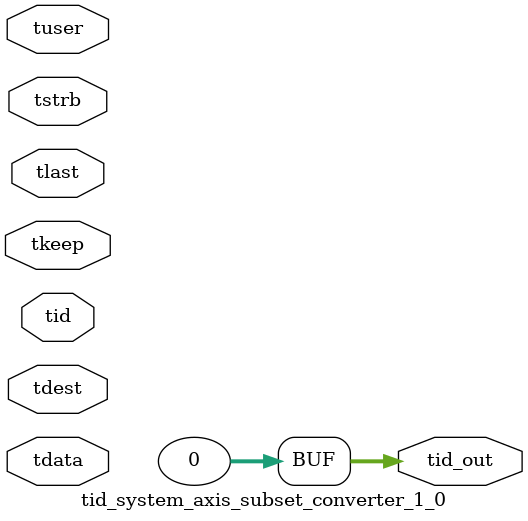
<source format=v>


`timescale 1ps/1ps

module tid_system_axis_subset_converter_1_0 #
(
parameter C_S_AXIS_TID_WIDTH   = 1,
parameter C_S_AXIS_TUSER_WIDTH = 0,
parameter C_S_AXIS_TDATA_WIDTH = 0,
parameter C_S_AXIS_TDEST_WIDTH = 0,
parameter C_M_AXIS_TID_WIDTH   = 32
)
(
input  [(C_S_AXIS_TID_WIDTH   == 0 ? 1 : C_S_AXIS_TID_WIDTH)-1:0       ] tid,
input  [(C_S_AXIS_TDATA_WIDTH == 0 ? 1 : C_S_AXIS_TDATA_WIDTH)-1:0     ] tdata,
input  [(C_S_AXIS_TUSER_WIDTH == 0 ? 1 : C_S_AXIS_TUSER_WIDTH)-1:0     ] tuser,
input  [(C_S_AXIS_TDEST_WIDTH == 0 ? 1 : C_S_AXIS_TDEST_WIDTH)-1:0     ] tdest,
input  [(C_S_AXIS_TDATA_WIDTH/8)-1:0 ] tkeep,
input  [(C_S_AXIS_TDATA_WIDTH/8)-1:0 ] tstrb,
input                                                                    tlast,
output [(C_M_AXIS_TID_WIDTH   == 0 ? 1 : C_M_AXIS_TID_WIDTH)-1:0       ] tid_out
);

assign tid_out = {1'b0};

endmodule


</source>
